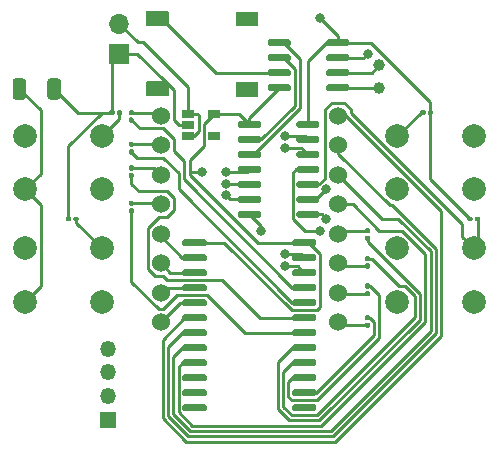
<source format=gbr>
%TF.GenerationSoftware,KiCad,Pcbnew,5.1.10*%
%TF.CreationDate,2021-12-20T15:46:02-06:00*%
%TF.ProjectId,notawatch,6e6f7461-7761-4746-9368-2e6b69636164,rev?*%
%TF.SameCoordinates,Original*%
%TF.FileFunction,Copper,L1,Top*%
%TF.FilePolarity,Positive*%
%FSLAX46Y46*%
G04 Gerber Fmt 4.6, Leading zero omitted, Abs format (unit mm)*
G04 Created by KiCad (PCBNEW 5.1.10) date 2021-12-20 15:46:02*
%MOMM*%
%LPD*%
G01*
G04 APERTURE LIST*
%TA.AperFunction,EtchedComponent*%
%ADD10C,0.100000*%
%TD*%
%TA.AperFunction,ComponentPad*%
%ADD11O,1.350000X1.350000*%
%TD*%
%TA.AperFunction,ComponentPad*%
%ADD12R,1.350000X1.350000*%
%TD*%
%TA.AperFunction,ComponentPad*%
%ADD13C,1.000000*%
%TD*%
%TA.AperFunction,ComponentPad*%
%ADD14C,1.524000*%
%TD*%
%TA.AperFunction,ComponentPad*%
%ADD15C,2.000000*%
%TD*%
%TA.AperFunction,SMDPad,CuDef*%
%ADD16C,0.100000*%
%TD*%
%TA.AperFunction,SMDPad,CuDef*%
%ADD17R,1.060000X0.650000*%
%TD*%
%TA.AperFunction,ComponentPad*%
%ADD18R,1.700000X1.700000*%
%TD*%
%TA.AperFunction,ComponentPad*%
%ADD19O,1.700000X1.700000*%
%TD*%
%TA.AperFunction,ViaPad*%
%ADD20C,0.800000*%
%TD*%
%TA.AperFunction,Conductor*%
%ADD21C,0.250000*%
%TD*%
G04 APERTURE END LIST*
D10*
%TO.C,BZ1*%
G36*
X152680000Y-92550000D02*
G01*
X150900000Y-92550000D01*
X150900000Y-91400000D01*
X152680000Y-91400000D01*
X152680000Y-92550000D01*
G37*
X152680000Y-92550000D02*
X150900000Y-92550000D01*
X150900000Y-91400000D01*
X152680000Y-91400000D01*
X152680000Y-92550000D01*
G36*
X152680000Y-86600000D02*
G01*
X150900000Y-86600000D01*
X150900000Y-85450000D01*
X152680000Y-85450000D01*
X152680000Y-86600000D01*
G37*
X152680000Y-86600000D02*
X150900000Y-86600000D01*
X150900000Y-85450000D01*
X152680000Y-85450000D01*
X152680000Y-86600000D01*
%TD*%
%TO.P,C1,1*%
%TO.N,+5V*%
%TA.AperFunction,SMDPad,CuDef*%
G36*
G01*
X131950000Y-92650001D02*
X131950000Y-91349999D01*
G75*
G02*
X132199999Y-91100000I249999J0D01*
G01*
X132850001Y-91100000D01*
G75*
G02*
X133100000Y-91349999I0J-249999D01*
G01*
X133100000Y-92650001D01*
G75*
G02*
X132850001Y-92900000I-249999J0D01*
G01*
X132199999Y-92900000D01*
G75*
G02*
X131950000Y-92650001I0J249999D01*
G01*
G37*
%TD.AperFunction*%
%TO.P,C1,2*%
%TO.N,GND*%
%TA.AperFunction,SMDPad,CuDef*%
G36*
G01*
X134900000Y-92650001D02*
X134900000Y-91349999D01*
G75*
G02*
X135149999Y-91100000I249999J0D01*
G01*
X135800001Y-91100000D01*
G75*
G02*
X136050000Y-91349999I0J-249999D01*
G01*
X136050000Y-92650001D01*
G75*
G02*
X135800001Y-92900000I-249999J0D01*
G01*
X135149999Y-92900000D01*
G75*
G02*
X134900000Y-92650001I0J249999D01*
G01*
G37*
%TD.AperFunction*%
%TD*%
D11*
%TO.P,REF\u002A\u002A,4*%
%TO.N,Net-(U1-Pad4)*%
X140000000Y-114000000D03*
%TO.P,REF\u002A\u002A,3*%
%TO.N,Net-(U1-Pad7)*%
X140000000Y-116000000D03*
%TO.P,REF\u002A\u002A,2*%
%TO.N,Net-(U1-Pad9)*%
X140000000Y-118000000D03*
D12*
%TO.P,REF\u002A\u002A,1*%
%TO.N,Net-(U1-Pad8)*%
X140000000Y-120000000D03*
%TD*%
%TO.P,U1,14*%
%TO.N,GND*%
%TA.AperFunction,SMDPad,CuDef*%
G36*
G01*
X155975000Y-95150000D02*
X155975000Y-94850000D01*
G75*
G02*
X156125000Y-94700000I150000J0D01*
G01*
X157775000Y-94700000D01*
G75*
G02*
X157925000Y-94850000I0J-150000D01*
G01*
X157925000Y-95150000D01*
G75*
G02*
X157775000Y-95300000I-150000J0D01*
G01*
X156125000Y-95300000D01*
G75*
G02*
X155975000Y-95150000I0J150000D01*
G01*
G37*
%TD.AperFunction*%
%TO.P,U1,13*%
%TO.N,Net-(U1-Pad13)*%
%TA.AperFunction,SMDPad,CuDef*%
G36*
G01*
X155975000Y-96420000D02*
X155975000Y-96120000D01*
G75*
G02*
X156125000Y-95970000I150000J0D01*
G01*
X157775000Y-95970000D01*
G75*
G02*
X157925000Y-96120000I0J-150000D01*
G01*
X157925000Y-96420000D01*
G75*
G02*
X157775000Y-96570000I-150000J0D01*
G01*
X156125000Y-96570000D01*
G75*
G02*
X155975000Y-96420000I0J150000D01*
G01*
G37*
%TD.AperFunction*%
%TO.P,U1,12*%
%TO.N,Net-(U1-Pad12)*%
%TA.AperFunction,SMDPad,CuDef*%
G36*
G01*
X155975000Y-97690000D02*
X155975000Y-97390000D01*
G75*
G02*
X156125000Y-97240000I150000J0D01*
G01*
X157775000Y-97240000D01*
G75*
G02*
X157925000Y-97390000I0J-150000D01*
G01*
X157925000Y-97690000D01*
G75*
G02*
X157775000Y-97840000I-150000J0D01*
G01*
X156125000Y-97840000D01*
G75*
G02*
X155975000Y-97690000I0J150000D01*
G01*
G37*
%TD.AperFunction*%
%TO.P,U1,11*%
%TO.N,Net-(R1-Pad2)*%
%TA.AperFunction,SMDPad,CuDef*%
G36*
G01*
X155975000Y-98960000D02*
X155975000Y-98660000D01*
G75*
G02*
X156125000Y-98510000I150000J0D01*
G01*
X157775000Y-98510000D01*
G75*
G02*
X157925000Y-98660000I0J-150000D01*
G01*
X157925000Y-98960000D01*
G75*
G02*
X157775000Y-99110000I-150000J0D01*
G01*
X156125000Y-99110000D01*
G75*
G02*
X155975000Y-98960000I0J150000D01*
G01*
G37*
%TD.AperFunction*%
%TO.P,U1,10*%
%TO.N,Net-(R4-Pad2)*%
%TA.AperFunction,SMDPad,CuDef*%
G36*
G01*
X155975000Y-100230000D02*
X155975000Y-99930000D01*
G75*
G02*
X156125000Y-99780000I150000J0D01*
G01*
X157775000Y-99780000D01*
G75*
G02*
X157925000Y-99930000I0J-150000D01*
G01*
X157925000Y-100230000D01*
G75*
G02*
X157775000Y-100380000I-150000J0D01*
G01*
X156125000Y-100380000D01*
G75*
G02*
X155975000Y-100230000I0J150000D01*
G01*
G37*
%TD.AperFunction*%
%TO.P,U1,9*%
%TO.N,Net-(U1-Pad9)*%
%TA.AperFunction,SMDPad,CuDef*%
G36*
G01*
X155975000Y-101500000D02*
X155975000Y-101200000D01*
G75*
G02*
X156125000Y-101050000I150000J0D01*
G01*
X157775000Y-101050000D01*
G75*
G02*
X157925000Y-101200000I0J-150000D01*
G01*
X157925000Y-101500000D01*
G75*
G02*
X157775000Y-101650000I-150000J0D01*
G01*
X156125000Y-101650000D01*
G75*
G02*
X155975000Y-101500000I0J150000D01*
G01*
G37*
%TD.AperFunction*%
%TO.P,U1,8*%
%TO.N,Net-(U1-Pad8)*%
%TA.AperFunction,SMDPad,CuDef*%
G36*
G01*
X155975000Y-102770000D02*
X155975000Y-102470000D01*
G75*
G02*
X156125000Y-102320000I150000J0D01*
G01*
X157775000Y-102320000D01*
G75*
G02*
X157925000Y-102470000I0J-150000D01*
G01*
X157925000Y-102770000D01*
G75*
G02*
X157775000Y-102920000I-150000J0D01*
G01*
X156125000Y-102920000D01*
G75*
G02*
X155975000Y-102770000I0J150000D01*
G01*
G37*
%TD.AperFunction*%
%TO.P,U1,7*%
%TO.N,Net-(U1-Pad7)*%
%TA.AperFunction,SMDPad,CuDef*%
G36*
G01*
X151025000Y-102770000D02*
X151025000Y-102470000D01*
G75*
G02*
X151175000Y-102320000I150000J0D01*
G01*
X152825000Y-102320000D01*
G75*
G02*
X152975000Y-102470000I0J-150000D01*
G01*
X152975000Y-102770000D01*
G75*
G02*
X152825000Y-102920000I-150000J0D01*
G01*
X151175000Y-102920000D01*
G75*
G02*
X151025000Y-102770000I0J150000D01*
G01*
G37*
%TD.AperFunction*%
%TO.P,U1,6*%
%TO.N,Net-(R2-Pad2)*%
%TA.AperFunction,SMDPad,CuDef*%
G36*
G01*
X151025000Y-101500000D02*
X151025000Y-101200000D01*
G75*
G02*
X151175000Y-101050000I150000J0D01*
G01*
X152825000Y-101050000D01*
G75*
G02*
X152975000Y-101200000I0J-150000D01*
G01*
X152975000Y-101500000D01*
G75*
G02*
X152825000Y-101650000I-150000J0D01*
G01*
X151175000Y-101650000D01*
G75*
G02*
X151025000Y-101500000I0J150000D01*
G01*
G37*
%TD.AperFunction*%
%TO.P,U1,5*%
%TO.N,Net-(R3-Pad2)*%
%TA.AperFunction,SMDPad,CuDef*%
G36*
G01*
X151025000Y-100230000D02*
X151025000Y-99930000D01*
G75*
G02*
X151175000Y-99780000I150000J0D01*
G01*
X152825000Y-99780000D01*
G75*
G02*
X152975000Y-99930000I0J-150000D01*
G01*
X152975000Y-100230000D01*
G75*
G02*
X152825000Y-100380000I-150000J0D01*
G01*
X151175000Y-100380000D01*
G75*
G02*
X151025000Y-100230000I0J150000D01*
G01*
G37*
%TD.AperFunction*%
%TO.P,U1,4*%
%TO.N,Net-(U1-Pad4)*%
%TA.AperFunction,SMDPad,CuDef*%
G36*
G01*
X151025000Y-98960000D02*
X151025000Y-98660000D01*
G75*
G02*
X151175000Y-98510000I150000J0D01*
G01*
X152825000Y-98510000D01*
G75*
G02*
X152975000Y-98660000I0J-150000D01*
G01*
X152975000Y-98960000D01*
G75*
G02*
X152825000Y-99110000I-150000J0D01*
G01*
X151175000Y-99110000D01*
G75*
G02*
X151025000Y-98960000I0J150000D01*
G01*
G37*
%TD.AperFunction*%
%TO.P,U1,3*%
%TO.N,Net-(U1-Pad3)*%
%TA.AperFunction,SMDPad,CuDef*%
G36*
G01*
X151025000Y-97690000D02*
X151025000Y-97390000D01*
G75*
G02*
X151175000Y-97240000I150000J0D01*
G01*
X152825000Y-97240000D01*
G75*
G02*
X152975000Y-97390000I0J-150000D01*
G01*
X152975000Y-97690000D01*
G75*
G02*
X152825000Y-97840000I-150000J0D01*
G01*
X151175000Y-97840000D01*
G75*
G02*
X151025000Y-97690000I0J150000D01*
G01*
G37*
%TD.AperFunction*%
%TO.P,U1,2*%
%TO.N,Net-(U1-Pad2)*%
%TA.AperFunction,SMDPad,CuDef*%
G36*
G01*
X151025000Y-96420000D02*
X151025000Y-96120000D01*
G75*
G02*
X151175000Y-95970000I150000J0D01*
G01*
X152825000Y-95970000D01*
G75*
G02*
X152975000Y-96120000I0J-150000D01*
G01*
X152975000Y-96420000D01*
G75*
G02*
X152825000Y-96570000I-150000J0D01*
G01*
X151175000Y-96570000D01*
G75*
G02*
X151025000Y-96420000I0J150000D01*
G01*
G37*
%TD.AperFunction*%
%TO.P,U1,1*%
%TO.N,+5V*%
%TA.AperFunction,SMDPad,CuDef*%
G36*
G01*
X151025000Y-95150000D02*
X151025000Y-94850000D01*
G75*
G02*
X151175000Y-94700000I150000J0D01*
G01*
X152825000Y-94700000D01*
G75*
G02*
X152975000Y-94850000I0J-150000D01*
G01*
X152975000Y-95150000D01*
G75*
G02*
X152825000Y-95300000I-150000J0D01*
G01*
X151175000Y-95300000D01*
G75*
G02*
X151025000Y-95150000I0J150000D01*
G01*
G37*
%TD.AperFunction*%
%TD*%
D13*
%TO.P,Y1,2*%
%TO.N,Net-(U2-Pad2)*%
X163000000Y-90000000D03*
%TO.P,Y1,1*%
%TO.N,Net-(U2-Pad1)*%
X163000000Y-91900000D03*
%TD*%
D14*
%TO.P,U4,9*%
%TO.N,Net-(R10-Pad2)*%
X159500000Y-111750000D03*
%TO.P,U4,10*%
%TO.N,Net-(R12-Pad2)*%
X159500000Y-109250000D03*
%TO.P,U4,11*%
%TO.N,Net-(R9-Pad2)*%
X159500000Y-106750000D03*
%TO.P,U4,12*%
%TO.N,Net-(R11-Pad2)*%
X159500000Y-104250000D03*
%TO.P,U4,16*%
%TO.N,Net-(U3-Pad6)*%
X159500000Y-94250000D03*
%TO.P,U4,15*%
%TO.N,Net-(U3-Pad7)*%
X159500000Y-96750000D03*
%TO.P,U4,14*%
%TO.N,Net-(U3-Pad8)*%
X159500000Y-99250000D03*
%TO.P,U4,13*%
%TO.N,Net-(U3-Pad9)*%
X159500000Y-101750000D03*
%TO.P,U4,8*%
%TO.N,Net-(U3-Pad5)*%
X144500000Y-111750000D03*
%TO.P,U4,7*%
%TO.N,Net-(U3-Pad4)*%
X144500000Y-109250000D03*
%TO.P,U4,6*%
%TO.N,Net-(U3-Pad3)*%
X144500000Y-106750000D03*
%TO.P,U4,1*%
%TO.N,Net-(R7-Pad1)*%
X144500000Y-94250000D03*
%TO.P,U4,2*%
%TO.N,Net-(R5-Pad1)*%
X144500000Y-96750000D03*
%TO.P,U4,3*%
%TO.N,Net-(R8-Pad1)*%
X144500000Y-99250000D03*
%TO.P,U4,5*%
%TO.N,Net-(U3-Pad2)*%
X144500000Y-104250000D03*
%TO.P,U4,4*%
%TO.N,Net-(R6-Pad1)*%
X144500000Y-101750000D03*
%TD*%
%TO.P,U3,24*%
%TO.N,+5V*%
%TA.AperFunction,SMDPad,CuDef*%
G36*
G01*
X155625000Y-105165000D02*
X155625000Y-104865000D01*
G75*
G02*
X155775000Y-104715000I150000J0D01*
G01*
X157525000Y-104715000D01*
G75*
G02*
X157675000Y-104865000I0J-150000D01*
G01*
X157675000Y-105165000D01*
G75*
G02*
X157525000Y-105315000I-150000J0D01*
G01*
X155775000Y-105315000D01*
G75*
G02*
X155625000Y-105165000I0J150000D01*
G01*
G37*
%TD.AperFunction*%
%TO.P,U3,23*%
%TO.N,Net-(U1-Pad12)*%
%TA.AperFunction,SMDPad,CuDef*%
G36*
G01*
X155625000Y-106435000D02*
X155625000Y-106135000D01*
G75*
G02*
X155775000Y-105985000I150000J0D01*
G01*
X157525000Y-105985000D01*
G75*
G02*
X157675000Y-106135000I0J-150000D01*
G01*
X157675000Y-106435000D01*
G75*
G02*
X157525000Y-106585000I-150000J0D01*
G01*
X155775000Y-106585000D01*
G75*
G02*
X155625000Y-106435000I0J150000D01*
G01*
G37*
%TD.AperFunction*%
%TO.P,U3,22*%
%TO.N,Net-(U1-Pad13)*%
%TA.AperFunction,SMDPad,CuDef*%
G36*
G01*
X155625000Y-107705000D02*
X155625000Y-107405000D01*
G75*
G02*
X155775000Y-107255000I150000J0D01*
G01*
X157525000Y-107255000D01*
G75*
G02*
X157675000Y-107405000I0J-150000D01*
G01*
X157675000Y-107705000D01*
G75*
G02*
X157525000Y-107855000I-150000J0D01*
G01*
X155775000Y-107855000D01*
G75*
G02*
X155625000Y-107705000I0J150000D01*
G01*
G37*
%TD.AperFunction*%
%TO.P,U3,21*%
%TO.N,Net-(R7-Pad2)*%
%TA.AperFunction,SMDPad,CuDef*%
G36*
G01*
X155625000Y-108975000D02*
X155625000Y-108675000D01*
G75*
G02*
X155775000Y-108525000I150000J0D01*
G01*
X157525000Y-108525000D01*
G75*
G02*
X157675000Y-108675000I0J-150000D01*
G01*
X157675000Y-108975000D01*
G75*
G02*
X157525000Y-109125000I-150000J0D01*
G01*
X155775000Y-109125000D01*
G75*
G02*
X155625000Y-108975000I0J150000D01*
G01*
G37*
%TD.AperFunction*%
%TO.P,U3,20*%
%TO.N,Net-(R5-Pad2)*%
%TA.AperFunction,SMDPad,CuDef*%
G36*
G01*
X155625000Y-110245000D02*
X155625000Y-109945000D01*
G75*
G02*
X155775000Y-109795000I150000J0D01*
G01*
X157525000Y-109795000D01*
G75*
G02*
X157675000Y-109945000I0J-150000D01*
G01*
X157675000Y-110245000D01*
G75*
G02*
X157525000Y-110395000I-150000J0D01*
G01*
X155775000Y-110395000D01*
G75*
G02*
X155625000Y-110245000I0J150000D01*
G01*
G37*
%TD.AperFunction*%
%TO.P,U3,19*%
%TO.N,Net-(R8-Pad2)*%
%TA.AperFunction,SMDPad,CuDef*%
G36*
G01*
X155625000Y-111515000D02*
X155625000Y-111215000D01*
G75*
G02*
X155775000Y-111065000I150000J0D01*
G01*
X157525000Y-111065000D01*
G75*
G02*
X157675000Y-111215000I0J-150000D01*
G01*
X157675000Y-111515000D01*
G75*
G02*
X157525000Y-111665000I-150000J0D01*
G01*
X155775000Y-111665000D01*
G75*
G02*
X155625000Y-111515000I0J150000D01*
G01*
G37*
%TD.AperFunction*%
%TO.P,U3,18*%
%TO.N,Net-(R6-Pad2)*%
%TA.AperFunction,SMDPad,CuDef*%
G36*
G01*
X155625000Y-112785000D02*
X155625000Y-112485000D01*
G75*
G02*
X155775000Y-112335000I150000J0D01*
G01*
X157525000Y-112335000D01*
G75*
G02*
X157675000Y-112485000I0J-150000D01*
G01*
X157675000Y-112785000D01*
G75*
G02*
X157525000Y-112935000I-150000J0D01*
G01*
X155775000Y-112935000D01*
G75*
G02*
X155625000Y-112785000I0J150000D01*
G01*
G37*
%TD.AperFunction*%
%TO.P,U3,17*%
%TO.N,Net-(R11-Pad1)*%
%TA.AperFunction,SMDPad,CuDef*%
G36*
G01*
X155625000Y-114055000D02*
X155625000Y-113755000D01*
G75*
G02*
X155775000Y-113605000I150000J0D01*
G01*
X157525000Y-113605000D01*
G75*
G02*
X157675000Y-113755000I0J-150000D01*
G01*
X157675000Y-114055000D01*
G75*
G02*
X157525000Y-114205000I-150000J0D01*
G01*
X155775000Y-114205000D01*
G75*
G02*
X155625000Y-114055000I0J150000D01*
G01*
G37*
%TD.AperFunction*%
%TO.P,U3,16*%
%TO.N,Net-(R9-Pad1)*%
%TA.AperFunction,SMDPad,CuDef*%
G36*
G01*
X155625000Y-115325000D02*
X155625000Y-115025000D01*
G75*
G02*
X155775000Y-114875000I150000J0D01*
G01*
X157525000Y-114875000D01*
G75*
G02*
X157675000Y-115025000I0J-150000D01*
G01*
X157675000Y-115325000D01*
G75*
G02*
X157525000Y-115475000I-150000J0D01*
G01*
X155775000Y-115475000D01*
G75*
G02*
X155625000Y-115325000I0J150000D01*
G01*
G37*
%TD.AperFunction*%
%TO.P,U3,15*%
%TO.N,Net-(R12-Pad1)*%
%TA.AperFunction,SMDPad,CuDef*%
G36*
G01*
X155625000Y-116595000D02*
X155625000Y-116295000D01*
G75*
G02*
X155775000Y-116145000I150000J0D01*
G01*
X157525000Y-116145000D01*
G75*
G02*
X157675000Y-116295000I0J-150000D01*
G01*
X157675000Y-116595000D01*
G75*
G02*
X157525000Y-116745000I-150000J0D01*
G01*
X155775000Y-116745000D01*
G75*
G02*
X155625000Y-116595000I0J150000D01*
G01*
G37*
%TD.AperFunction*%
%TO.P,U3,14*%
%TO.N,Net-(R10-Pad1)*%
%TA.AperFunction,SMDPad,CuDef*%
G36*
G01*
X155625000Y-117865000D02*
X155625000Y-117565000D01*
G75*
G02*
X155775000Y-117415000I150000J0D01*
G01*
X157525000Y-117415000D01*
G75*
G02*
X157675000Y-117565000I0J-150000D01*
G01*
X157675000Y-117865000D01*
G75*
G02*
X157525000Y-118015000I-150000J0D01*
G01*
X155775000Y-118015000D01*
G75*
G02*
X155625000Y-117865000I0J150000D01*
G01*
G37*
%TD.AperFunction*%
%TO.P,U3,13*%
%TO.N,Net-(U3-Pad13)*%
%TA.AperFunction,SMDPad,CuDef*%
G36*
G01*
X155625000Y-119135000D02*
X155625000Y-118835000D01*
G75*
G02*
X155775000Y-118685000I150000J0D01*
G01*
X157525000Y-118685000D01*
G75*
G02*
X157675000Y-118835000I0J-150000D01*
G01*
X157675000Y-119135000D01*
G75*
G02*
X157525000Y-119285000I-150000J0D01*
G01*
X155775000Y-119285000D01*
G75*
G02*
X155625000Y-119135000I0J150000D01*
G01*
G37*
%TD.AperFunction*%
%TO.P,U3,12*%
%TO.N,Net-(U3-Pad12)*%
%TA.AperFunction,SMDPad,CuDef*%
G36*
G01*
X146325000Y-119135000D02*
X146325000Y-118835000D01*
G75*
G02*
X146475000Y-118685000I150000J0D01*
G01*
X148225000Y-118685000D01*
G75*
G02*
X148375000Y-118835000I0J-150000D01*
G01*
X148375000Y-119135000D01*
G75*
G02*
X148225000Y-119285000I-150000J0D01*
G01*
X146475000Y-119285000D01*
G75*
G02*
X146325000Y-119135000I0J150000D01*
G01*
G37*
%TD.AperFunction*%
%TO.P,U3,11*%
%TO.N,Net-(U3-Pad11)*%
%TA.AperFunction,SMDPad,CuDef*%
G36*
G01*
X146325000Y-117865000D02*
X146325000Y-117565000D01*
G75*
G02*
X146475000Y-117415000I150000J0D01*
G01*
X148225000Y-117415000D01*
G75*
G02*
X148375000Y-117565000I0J-150000D01*
G01*
X148375000Y-117865000D01*
G75*
G02*
X148225000Y-118015000I-150000J0D01*
G01*
X146475000Y-118015000D01*
G75*
G02*
X146325000Y-117865000I0J150000D01*
G01*
G37*
%TD.AperFunction*%
%TO.P,U3,10*%
%TO.N,Net-(U3-Pad10)*%
%TA.AperFunction,SMDPad,CuDef*%
G36*
G01*
X146325000Y-116595000D02*
X146325000Y-116295000D01*
G75*
G02*
X146475000Y-116145000I150000J0D01*
G01*
X148225000Y-116145000D01*
G75*
G02*
X148375000Y-116295000I0J-150000D01*
G01*
X148375000Y-116595000D01*
G75*
G02*
X148225000Y-116745000I-150000J0D01*
G01*
X146475000Y-116745000D01*
G75*
G02*
X146325000Y-116595000I0J150000D01*
G01*
G37*
%TD.AperFunction*%
%TO.P,U3,9*%
%TO.N,Net-(U3-Pad9)*%
%TA.AperFunction,SMDPad,CuDef*%
G36*
G01*
X146325000Y-115325000D02*
X146325000Y-115025000D01*
G75*
G02*
X146475000Y-114875000I150000J0D01*
G01*
X148225000Y-114875000D01*
G75*
G02*
X148375000Y-115025000I0J-150000D01*
G01*
X148375000Y-115325000D01*
G75*
G02*
X148225000Y-115475000I-150000J0D01*
G01*
X146475000Y-115475000D01*
G75*
G02*
X146325000Y-115325000I0J150000D01*
G01*
G37*
%TD.AperFunction*%
%TO.P,U3,8*%
%TO.N,Net-(U3-Pad8)*%
%TA.AperFunction,SMDPad,CuDef*%
G36*
G01*
X146325000Y-114055000D02*
X146325000Y-113755000D01*
G75*
G02*
X146475000Y-113605000I150000J0D01*
G01*
X148225000Y-113605000D01*
G75*
G02*
X148375000Y-113755000I0J-150000D01*
G01*
X148375000Y-114055000D01*
G75*
G02*
X148225000Y-114205000I-150000J0D01*
G01*
X146475000Y-114205000D01*
G75*
G02*
X146325000Y-114055000I0J150000D01*
G01*
G37*
%TD.AperFunction*%
%TO.P,U3,7*%
%TO.N,Net-(U3-Pad7)*%
%TA.AperFunction,SMDPad,CuDef*%
G36*
G01*
X146325000Y-112785000D02*
X146325000Y-112485000D01*
G75*
G02*
X146475000Y-112335000I150000J0D01*
G01*
X148225000Y-112335000D01*
G75*
G02*
X148375000Y-112485000I0J-150000D01*
G01*
X148375000Y-112785000D01*
G75*
G02*
X148225000Y-112935000I-150000J0D01*
G01*
X146475000Y-112935000D01*
G75*
G02*
X146325000Y-112785000I0J150000D01*
G01*
G37*
%TD.AperFunction*%
%TO.P,U3,6*%
%TO.N,Net-(U3-Pad6)*%
%TA.AperFunction,SMDPad,CuDef*%
G36*
G01*
X146325000Y-111515000D02*
X146325000Y-111215000D01*
G75*
G02*
X146475000Y-111065000I150000J0D01*
G01*
X148225000Y-111065000D01*
G75*
G02*
X148375000Y-111215000I0J-150000D01*
G01*
X148375000Y-111515000D01*
G75*
G02*
X148225000Y-111665000I-150000J0D01*
G01*
X146475000Y-111665000D01*
G75*
G02*
X146325000Y-111515000I0J150000D01*
G01*
G37*
%TD.AperFunction*%
%TO.P,U3,5*%
%TO.N,Net-(U3-Pad5)*%
%TA.AperFunction,SMDPad,CuDef*%
G36*
G01*
X146325000Y-110245000D02*
X146325000Y-109945000D01*
G75*
G02*
X146475000Y-109795000I150000J0D01*
G01*
X148225000Y-109795000D01*
G75*
G02*
X148375000Y-109945000I0J-150000D01*
G01*
X148375000Y-110245000D01*
G75*
G02*
X148225000Y-110395000I-150000J0D01*
G01*
X146475000Y-110395000D01*
G75*
G02*
X146325000Y-110245000I0J150000D01*
G01*
G37*
%TD.AperFunction*%
%TO.P,U3,4*%
%TO.N,Net-(U3-Pad4)*%
%TA.AperFunction,SMDPad,CuDef*%
G36*
G01*
X146325000Y-108975000D02*
X146325000Y-108675000D01*
G75*
G02*
X146475000Y-108525000I150000J0D01*
G01*
X148225000Y-108525000D01*
G75*
G02*
X148375000Y-108675000I0J-150000D01*
G01*
X148375000Y-108975000D01*
G75*
G02*
X148225000Y-109125000I-150000J0D01*
G01*
X146475000Y-109125000D01*
G75*
G02*
X146325000Y-108975000I0J150000D01*
G01*
G37*
%TD.AperFunction*%
%TO.P,U3,3*%
%TO.N,Net-(U3-Pad3)*%
%TA.AperFunction,SMDPad,CuDef*%
G36*
G01*
X146325000Y-107705000D02*
X146325000Y-107405000D01*
G75*
G02*
X146475000Y-107255000I150000J0D01*
G01*
X148225000Y-107255000D01*
G75*
G02*
X148375000Y-107405000I0J-150000D01*
G01*
X148375000Y-107705000D01*
G75*
G02*
X148225000Y-107855000I-150000J0D01*
G01*
X146475000Y-107855000D01*
G75*
G02*
X146325000Y-107705000I0J150000D01*
G01*
G37*
%TD.AperFunction*%
%TO.P,U3,2*%
%TO.N,Net-(U3-Pad2)*%
%TA.AperFunction,SMDPad,CuDef*%
G36*
G01*
X146325000Y-106435000D02*
X146325000Y-106135000D01*
G75*
G02*
X146475000Y-105985000I150000J0D01*
G01*
X148225000Y-105985000D01*
G75*
G02*
X148375000Y-106135000I0J-150000D01*
G01*
X148375000Y-106435000D01*
G75*
G02*
X148225000Y-106585000I-150000J0D01*
G01*
X146475000Y-106585000D01*
G75*
G02*
X146325000Y-106435000I0J150000D01*
G01*
G37*
%TD.AperFunction*%
%TO.P,U3,1*%
%TO.N,+5V*%
%TA.AperFunction,SMDPad,CuDef*%
G36*
G01*
X146325000Y-105165000D02*
X146325000Y-104865000D01*
G75*
G02*
X146475000Y-104715000I150000J0D01*
G01*
X148225000Y-104715000D01*
G75*
G02*
X148375000Y-104865000I0J-150000D01*
G01*
X148375000Y-105165000D01*
G75*
G02*
X148225000Y-105315000I-150000J0D01*
G01*
X146475000Y-105315000D01*
G75*
G02*
X146325000Y-105165000I0J150000D01*
G01*
G37*
%TD.AperFunction*%
%TD*%
%TO.P,U2,1*%
%TO.N,Net-(U2-Pad1)*%
%TA.AperFunction,SMDPad,CuDef*%
G36*
G01*
X160450000Y-91755000D02*
X160450000Y-92055000D01*
G75*
G02*
X160300000Y-92205000I-150000J0D01*
G01*
X158650000Y-92205000D01*
G75*
G02*
X158500000Y-92055000I0J150000D01*
G01*
X158500000Y-91755000D01*
G75*
G02*
X158650000Y-91605000I150000J0D01*
G01*
X160300000Y-91605000D01*
G75*
G02*
X160450000Y-91755000I0J-150000D01*
G01*
G37*
%TD.AperFunction*%
%TO.P,U2,2*%
%TO.N,Net-(U2-Pad2)*%
%TA.AperFunction,SMDPad,CuDef*%
G36*
G01*
X160450000Y-90485000D02*
X160450000Y-90785000D01*
G75*
G02*
X160300000Y-90935000I-150000J0D01*
G01*
X158650000Y-90935000D01*
G75*
G02*
X158500000Y-90785000I0J150000D01*
G01*
X158500000Y-90485000D01*
G75*
G02*
X158650000Y-90335000I150000J0D01*
G01*
X160300000Y-90335000D01*
G75*
G02*
X160450000Y-90485000I0J-150000D01*
G01*
G37*
%TD.AperFunction*%
%TO.P,U2,3*%
%TO.N,+5V*%
%TA.AperFunction,SMDPad,CuDef*%
G36*
G01*
X160450000Y-89215000D02*
X160450000Y-89515000D01*
G75*
G02*
X160300000Y-89665000I-150000J0D01*
G01*
X158650000Y-89665000D01*
G75*
G02*
X158500000Y-89515000I0J150000D01*
G01*
X158500000Y-89215000D01*
G75*
G02*
X158650000Y-89065000I150000J0D01*
G01*
X160300000Y-89065000D01*
G75*
G02*
X160450000Y-89215000I0J-150000D01*
G01*
G37*
%TD.AperFunction*%
%TO.P,U2,4*%
%TO.N,GND*%
%TA.AperFunction,SMDPad,CuDef*%
G36*
G01*
X160450000Y-87945000D02*
X160450000Y-88245000D01*
G75*
G02*
X160300000Y-88395000I-150000J0D01*
G01*
X158650000Y-88395000D01*
G75*
G02*
X158500000Y-88245000I0J150000D01*
G01*
X158500000Y-87945000D01*
G75*
G02*
X158650000Y-87795000I150000J0D01*
G01*
X160300000Y-87795000D01*
G75*
G02*
X160450000Y-87945000I0J-150000D01*
G01*
G37*
%TD.AperFunction*%
%TO.P,U2,5*%
%TO.N,Net-(U1-Pad3)*%
%TA.AperFunction,SMDPad,CuDef*%
G36*
G01*
X155500000Y-87945000D02*
X155500000Y-88245000D01*
G75*
G02*
X155350000Y-88395000I-150000J0D01*
G01*
X153700000Y-88395000D01*
G75*
G02*
X153550000Y-88245000I0J150000D01*
G01*
X153550000Y-87945000D01*
G75*
G02*
X153700000Y-87795000I150000J0D01*
G01*
X155350000Y-87795000D01*
G75*
G02*
X155500000Y-87945000I0J-150000D01*
G01*
G37*
%TD.AperFunction*%
%TO.P,U2,6*%
%TO.N,Net-(U1-Pad2)*%
%TA.AperFunction,SMDPad,CuDef*%
G36*
G01*
X155500000Y-89215000D02*
X155500000Y-89515000D01*
G75*
G02*
X155350000Y-89665000I-150000J0D01*
G01*
X153700000Y-89665000D01*
G75*
G02*
X153550000Y-89515000I0J150000D01*
G01*
X153550000Y-89215000D01*
G75*
G02*
X153700000Y-89065000I150000J0D01*
G01*
X155350000Y-89065000D01*
G75*
G02*
X155500000Y-89215000I0J-150000D01*
G01*
G37*
%TD.AperFunction*%
%TO.P,U2,7*%
%TO.N,Net-(BZ1-Pad1)*%
%TA.AperFunction,SMDPad,CuDef*%
G36*
G01*
X155500000Y-90485000D02*
X155500000Y-90785000D01*
G75*
G02*
X155350000Y-90935000I-150000J0D01*
G01*
X153700000Y-90935000D01*
G75*
G02*
X153550000Y-90785000I0J150000D01*
G01*
X153550000Y-90485000D01*
G75*
G02*
X153700000Y-90335000I150000J0D01*
G01*
X155350000Y-90335000D01*
G75*
G02*
X155500000Y-90485000I0J-150000D01*
G01*
G37*
%TD.AperFunction*%
%TO.P,U2,8*%
%TO.N,+5V*%
%TA.AperFunction,SMDPad,CuDef*%
G36*
G01*
X155500000Y-91755000D02*
X155500000Y-92055000D01*
G75*
G02*
X155350000Y-92205000I-150000J0D01*
G01*
X153700000Y-92205000D01*
G75*
G02*
X153550000Y-92055000I0J150000D01*
G01*
X153550000Y-91755000D01*
G75*
G02*
X153700000Y-91605000I150000J0D01*
G01*
X155350000Y-91605000D01*
G75*
G02*
X155500000Y-91755000I0J-150000D01*
G01*
G37*
%TD.AperFunction*%
%TD*%
D15*
%TO.P,SW4,1*%
%TO.N,Net-(R4-Pad2)*%
X171000000Y-105500000D03*
%TO.P,SW4,2*%
%TO.N,+5V*%
X171000000Y-110000000D03*
%TO.P,SW4,1*%
%TO.N,Net-(R4-Pad2)*%
X164500000Y-105500000D03*
%TO.P,SW4,2*%
%TO.N,+5V*%
X164500000Y-110000000D03*
%TD*%
%TO.P,SW3,1*%
%TO.N,Net-(R3-Pad2)*%
X171000000Y-96000000D03*
%TO.P,SW3,2*%
%TO.N,+5V*%
X171000000Y-100500000D03*
%TO.P,SW3,1*%
%TO.N,Net-(R3-Pad2)*%
X164500000Y-96000000D03*
%TO.P,SW3,2*%
%TO.N,+5V*%
X164500000Y-100500000D03*
%TD*%
%TO.P,SW2,1*%
%TO.N,Net-(R1-Pad2)*%
X139500000Y-105500000D03*
%TO.P,SW2,2*%
%TO.N,+5V*%
X139500000Y-110000000D03*
%TO.P,SW2,1*%
%TO.N,Net-(R1-Pad2)*%
X133000000Y-105500000D03*
%TO.P,SW2,2*%
%TO.N,+5V*%
X133000000Y-110000000D03*
%TD*%
%TO.P,SW1,1*%
%TO.N,Net-(R2-Pad2)*%
X139500000Y-96000000D03*
%TO.P,SW1,2*%
%TO.N,+5V*%
X139500000Y-100500000D03*
%TO.P,SW1,1*%
%TO.N,Net-(R2-Pad2)*%
X133000000Y-96000000D03*
%TO.P,SW1,2*%
%TO.N,+5V*%
X133000000Y-100500000D03*
%TD*%
%TO.P,R12,2*%
%TO.N,Net-(R12-Pad2)*%
%TA.AperFunction,SMDPad,CuDef*%
G36*
G01*
X161900000Y-109090000D02*
X162100000Y-109090000D01*
G75*
G02*
X162200000Y-109190000I0J-100000D01*
G01*
X162200000Y-109450000D01*
G75*
G02*
X162100000Y-109550000I-100000J0D01*
G01*
X161900000Y-109550000D01*
G75*
G02*
X161800000Y-109450000I0J100000D01*
G01*
X161800000Y-109190000D01*
G75*
G02*
X161900000Y-109090000I100000J0D01*
G01*
G37*
%TD.AperFunction*%
%TO.P,R12,1*%
%TO.N,Net-(R12-Pad1)*%
%TA.AperFunction,SMDPad,CuDef*%
G36*
G01*
X161900000Y-108450000D02*
X162100000Y-108450000D01*
G75*
G02*
X162200000Y-108550000I0J-100000D01*
G01*
X162200000Y-108810000D01*
G75*
G02*
X162100000Y-108910000I-100000J0D01*
G01*
X161900000Y-108910000D01*
G75*
G02*
X161800000Y-108810000I0J100000D01*
G01*
X161800000Y-108550000D01*
G75*
G02*
X161900000Y-108450000I100000J0D01*
G01*
G37*
%TD.AperFunction*%
%TD*%
%TO.P,R11,2*%
%TO.N,Net-(R11-Pad2)*%
%TA.AperFunction,SMDPad,CuDef*%
G36*
G01*
X162100000Y-104230000D02*
X161900000Y-104230000D01*
G75*
G02*
X161800000Y-104130000I0J100000D01*
G01*
X161800000Y-103870000D01*
G75*
G02*
X161900000Y-103770000I100000J0D01*
G01*
X162100000Y-103770000D01*
G75*
G02*
X162200000Y-103870000I0J-100000D01*
G01*
X162200000Y-104130000D01*
G75*
G02*
X162100000Y-104230000I-100000J0D01*
G01*
G37*
%TD.AperFunction*%
%TO.P,R11,1*%
%TO.N,Net-(R11-Pad1)*%
%TA.AperFunction,SMDPad,CuDef*%
G36*
G01*
X162100000Y-104870000D02*
X161900000Y-104870000D01*
G75*
G02*
X161800000Y-104770000I0J100000D01*
G01*
X161800000Y-104510000D01*
G75*
G02*
X161900000Y-104410000I100000J0D01*
G01*
X162100000Y-104410000D01*
G75*
G02*
X162200000Y-104510000I0J-100000D01*
G01*
X162200000Y-104770000D01*
G75*
G02*
X162100000Y-104870000I-100000J0D01*
G01*
G37*
%TD.AperFunction*%
%TD*%
%TO.P,R10,2*%
%TO.N,Net-(R10-Pad2)*%
%TA.AperFunction,SMDPad,CuDef*%
G36*
G01*
X161900000Y-111770000D02*
X162100000Y-111770000D01*
G75*
G02*
X162200000Y-111870000I0J-100000D01*
G01*
X162200000Y-112130000D01*
G75*
G02*
X162100000Y-112230000I-100000J0D01*
G01*
X161900000Y-112230000D01*
G75*
G02*
X161800000Y-112130000I0J100000D01*
G01*
X161800000Y-111870000D01*
G75*
G02*
X161900000Y-111770000I100000J0D01*
G01*
G37*
%TD.AperFunction*%
%TO.P,R10,1*%
%TO.N,Net-(R10-Pad1)*%
%TA.AperFunction,SMDPad,CuDef*%
G36*
G01*
X161900000Y-111130000D02*
X162100000Y-111130000D01*
G75*
G02*
X162200000Y-111230000I0J-100000D01*
G01*
X162200000Y-111490000D01*
G75*
G02*
X162100000Y-111590000I-100000J0D01*
G01*
X161900000Y-111590000D01*
G75*
G02*
X161800000Y-111490000I0J100000D01*
G01*
X161800000Y-111230000D01*
G75*
G02*
X161900000Y-111130000I100000J0D01*
G01*
G37*
%TD.AperFunction*%
%TD*%
%TO.P,R9,2*%
%TO.N,Net-(R9-Pad2)*%
%TA.AperFunction,SMDPad,CuDef*%
G36*
G01*
X161900000Y-106770000D02*
X162100000Y-106770000D01*
G75*
G02*
X162200000Y-106870000I0J-100000D01*
G01*
X162200000Y-107130000D01*
G75*
G02*
X162100000Y-107230000I-100000J0D01*
G01*
X161900000Y-107230000D01*
G75*
G02*
X161800000Y-107130000I0J100000D01*
G01*
X161800000Y-106870000D01*
G75*
G02*
X161900000Y-106770000I100000J0D01*
G01*
G37*
%TD.AperFunction*%
%TO.P,R9,1*%
%TO.N,Net-(R9-Pad1)*%
%TA.AperFunction,SMDPad,CuDef*%
G36*
G01*
X161900000Y-106130000D02*
X162100000Y-106130000D01*
G75*
G02*
X162200000Y-106230000I0J-100000D01*
G01*
X162200000Y-106490000D01*
G75*
G02*
X162100000Y-106590000I-100000J0D01*
G01*
X161900000Y-106590000D01*
G75*
G02*
X161800000Y-106490000I0J100000D01*
G01*
X161800000Y-106230000D01*
G75*
G02*
X161900000Y-106130000I100000J0D01*
G01*
G37*
%TD.AperFunction*%
%TD*%
%TO.P,R8,2*%
%TO.N,Net-(R8-Pad2)*%
%TA.AperFunction,SMDPad,CuDef*%
G36*
G01*
X141900000Y-99090000D02*
X142100000Y-99090000D01*
G75*
G02*
X142200000Y-99190000I0J-100000D01*
G01*
X142200000Y-99450000D01*
G75*
G02*
X142100000Y-99550000I-100000J0D01*
G01*
X141900000Y-99550000D01*
G75*
G02*
X141800000Y-99450000I0J100000D01*
G01*
X141800000Y-99190000D01*
G75*
G02*
X141900000Y-99090000I100000J0D01*
G01*
G37*
%TD.AperFunction*%
%TO.P,R8,1*%
%TO.N,Net-(R8-Pad1)*%
%TA.AperFunction,SMDPad,CuDef*%
G36*
G01*
X141900000Y-98450000D02*
X142100000Y-98450000D01*
G75*
G02*
X142200000Y-98550000I0J-100000D01*
G01*
X142200000Y-98810000D01*
G75*
G02*
X142100000Y-98910000I-100000J0D01*
G01*
X141900000Y-98910000D01*
G75*
G02*
X141800000Y-98810000I0J100000D01*
G01*
X141800000Y-98550000D01*
G75*
G02*
X141900000Y-98450000I100000J0D01*
G01*
G37*
%TD.AperFunction*%
%TD*%
%TO.P,R7,2*%
%TO.N,Net-(R7-Pad2)*%
%TA.AperFunction,SMDPad,CuDef*%
G36*
G01*
X141900000Y-94410000D02*
X142100000Y-94410000D01*
G75*
G02*
X142200000Y-94510000I0J-100000D01*
G01*
X142200000Y-94770000D01*
G75*
G02*
X142100000Y-94870000I-100000J0D01*
G01*
X141900000Y-94870000D01*
G75*
G02*
X141800000Y-94770000I0J100000D01*
G01*
X141800000Y-94510000D01*
G75*
G02*
X141900000Y-94410000I100000J0D01*
G01*
G37*
%TD.AperFunction*%
%TO.P,R7,1*%
%TO.N,Net-(R7-Pad1)*%
%TA.AperFunction,SMDPad,CuDef*%
G36*
G01*
X141900000Y-93770000D02*
X142100000Y-93770000D01*
G75*
G02*
X142200000Y-93870000I0J-100000D01*
G01*
X142200000Y-94130000D01*
G75*
G02*
X142100000Y-94230000I-100000J0D01*
G01*
X141900000Y-94230000D01*
G75*
G02*
X141800000Y-94130000I0J100000D01*
G01*
X141800000Y-93870000D01*
G75*
G02*
X141900000Y-93770000I100000J0D01*
G01*
G37*
%TD.AperFunction*%
%TD*%
%TO.P,R6,2*%
%TO.N,Net-(R6-Pad2)*%
%TA.AperFunction,SMDPad,CuDef*%
G36*
G01*
X141900000Y-102090000D02*
X142100000Y-102090000D01*
G75*
G02*
X142200000Y-102190000I0J-100000D01*
G01*
X142200000Y-102450000D01*
G75*
G02*
X142100000Y-102550000I-100000J0D01*
G01*
X141900000Y-102550000D01*
G75*
G02*
X141800000Y-102450000I0J100000D01*
G01*
X141800000Y-102190000D01*
G75*
G02*
X141900000Y-102090000I100000J0D01*
G01*
G37*
%TD.AperFunction*%
%TO.P,R6,1*%
%TO.N,Net-(R6-Pad1)*%
%TA.AperFunction,SMDPad,CuDef*%
G36*
G01*
X141900000Y-101450000D02*
X142100000Y-101450000D01*
G75*
G02*
X142200000Y-101550000I0J-100000D01*
G01*
X142200000Y-101810000D01*
G75*
G02*
X142100000Y-101910000I-100000J0D01*
G01*
X141900000Y-101910000D01*
G75*
G02*
X141800000Y-101810000I0J100000D01*
G01*
X141800000Y-101550000D01*
G75*
G02*
X141900000Y-101450000I100000J0D01*
G01*
G37*
%TD.AperFunction*%
%TD*%
%TO.P,R5,2*%
%TO.N,Net-(R5-Pad2)*%
%TA.AperFunction,SMDPad,CuDef*%
G36*
G01*
X141900000Y-97090000D02*
X142100000Y-97090000D01*
G75*
G02*
X142200000Y-97190000I0J-100000D01*
G01*
X142200000Y-97450000D01*
G75*
G02*
X142100000Y-97550000I-100000J0D01*
G01*
X141900000Y-97550000D01*
G75*
G02*
X141800000Y-97450000I0J100000D01*
G01*
X141800000Y-97190000D01*
G75*
G02*
X141900000Y-97090000I100000J0D01*
G01*
G37*
%TD.AperFunction*%
%TO.P,R5,1*%
%TO.N,Net-(R5-Pad1)*%
%TA.AperFunction,SMDPad,CuDef*%
G36*
G01*
X141900000Y-96450000D02*
X142100000Y-96450000D01*
G75*
G02*
X142200000Y-96550000I0J-100000D01*
G01*
X142200000Y-96810000D01*
G75*
G02*
X142100000Y-96910000I-100000J0D01*
G01*
X141900000Y-96910000D01*
G75*
G02*
X141800000Y-96810000I0J100000D01*
G01*
X141800000Y-96550000D01*
G75*
G02*
X141900000Y-96450000I100000J0D01*
G01*
G37*
%TD.AperFunction*%
%TD*%
%TO.P,R4,2*%
%TO.N,Net-(R4-Pad2)*%
%TA.AperFunction,SMDPad,CuDef*%
G36*
G01*
X171090000Y-103100000D02*
X171090000Y-102900000D01*
G75*
G02*
X171190000Y-102800000I100000J0D01*
G01*
X171450000Y-102800000D01*
G75*
G02*
X171550000Y-102900000I0J-100000D01*
G01*
X171550000Y-103100000D01*
G75*
G02*
X171450000Y-103200000I-100000J0D01*
G01*
X171190000Y-103200000D01*
G75*
G02*
X171090000Y-103100000I0J100000D01*
G01*
G37*
%TD.AperFunction*%
%TO.P,R4,1*%
%TO.N,GND*%
%TA.AperFunction,SMDPad,CuDef*%
G36*
G01*
X170450000Y-103100000D02*
X170450000Y-102900000D01*
G75*
G02*
X170550000Y-102800000I100000J0D01*
G01*
X170810000Y-102800000D01*
G75*
G02*
X170910000Y-102900000I0J-100000D01*
G01*
X170910000Y-103100000D01*
G75*
G02*
X170810000Y-103200000I-100000J0D01*
G01*
X170550000Y-103200000D01*
G75*
G02*
X170450000Y-103100000I0J100000D01*
G01*
G37*
%TD.AperFunction*%
%TD*%
%TO.P,R3,2*%
%TO.N,Net-(R3-Pad2)*%
%TA.AperFunction,SMDPad,CuDef*%
G36*
G01*
X166910000Y-93900000D02*
X166910000Y-94100000D01*
G75*
G02*
X166810000Y-94200000I-100000J0D01*
G01*
X166550000Y-94200000D01*
G75*
G02*
X166450000Y-94100000I0J100000D01*
G01*
X166450000Y-93900000D01*
G75*
G02*
X166550000Y-93800000I100000J0D01*
G01*
X166810000Y-93800000D01*
G75*
G02*
X166910000Y-93900000I0J-100000D01*
G01*
G37*
%TD.AperFunction*%
%TO.P,R3,1*%
%TO.N,GND*%
%TA.AperFunction,SMDPad,CuDef*%
G36*
G01*
X167550000Y-93900000D02*
X167550000Y-94100000D01*
G75*
G02*
X167450000Y-94200000I-100000J0D01*
G01*
X167190000Y-94200000D01*
G75*
G02*
X167090000Y-94100000I0J100000D01*
G01*
X167090000Y-93900000D01*
G75*
G02*
X167190000Y-93800000I100000J0D01*
G01*
X167450000Y-93800000D01*
G75*
G02*
X167550000Y-93900000I0J-100000D01*
G01*
G37*
%TD.AperFunction*%
%TD*%
%TO.P,R2,2*%
%TO.N,Net-(R2-Pad2)*%
%TA.AperFunction,SMDPad,CuDef*%
G36*
G01*
X140770000Y-94100000D02*
X140770000Y-93900000D01*
G75*
G02*
X140870000Y-93800000I100000J0D01*
G01*
X141130000Y-93800000D01*
G75*
G02*
X141230000Y-93900000I0J-100000D01*
G01*
X141230000Y-94100000D01*
G75*
G02*
X141130000Y-94200000I-100000J0D01*
G01*
X140870000Y-94200000D01*
G75*
G02*
X140770000Y-94100000I0J100000D01*
G01*
G37*
%TD.AperFunction*%
%TO.P,R2,1*%
%TO.N,GND*%
%TA.AperFunction,SMDPad,CuDef*%
G36*
G01*
X140130000Y-94100000D02*
X140130000Y-93900000D01*
G75*
G02*
X140230000Y-93800000I100000J0D01*
G01*
X140490000Y-93800000D01*
G75*
G02*
X140590000Y-93900000I0J-100000D01*
G01*
X140590000Y-94100000D01*
G75*
G02*
X140490000Y-94200000I-100000J0D01*
G01*
X140230000Y-94200000D01*
G75*
G02*
X140130000Y-94100000I0J100000D01*
G01*
G37*
%TD.AperFunction*%
%TD*%
%TO.P,R1,2*%
%TO.N,Net-(R1-Pad2)*%
%TA.AperFunction,SMDPad,CuDef*%
G36*
G01*
X137090000Y-103100000D02*
X137090000Y-102900000D01*
G75*
G02*
X137190000Y-102800000I100000J0D01*
G01*
X137450000Y-102800000D01*
G75*
G02*
X137550000Y-102900000I0J-100000D01*
G01*
X137550000Y-103100000D01*
G75*
G02*
X137450000Y-103200000I-100000J0D01*
G01*
X137190000Y-103200000D01*
G75*
G02*
X137090000Y-103100000I0J100000D01*
G01*
G37*
%TD.AperFunction*%
%TO.P,R1,1*%
%TO.N,GND*%
%TA.AperFunction,SMDPad,CuDef*%
G36*
G01*
X136450000Y-103100000D02*
X136450000Y-102900000D01*
G75*
G02*
X136550000Y-102800000I100000J0D01*
G01*
X136810000Y-102800000D01*
G75*
G02*
X136910000Y-102900000I0J-100000D01*
G01*
X136910000Y-103100000D01*
G75*
G02*
X136810000Y-103200000I-100000J0D01*
G01*
X136550000Y-103200000D01*
G75*
G02*
X136450000Y-103100000I0J100000D01*
G01*
G37*
%TD.AperFunction*%
%TD*%
%TA.AperFunction,SMDPad,CuDef*%
D16*
%TO.P,BZ1,2*%
%TO.N,GND*%
G36*
X145109755Y-91350961D02*
G01*
X145119134Y-91353806D01*
X145127779Y-91358427D01*
X145135355Y-91364645D01*
X145141573Y-91372221D01*
X145146194Y-91380866D01*
X145149039Y-91390245D01*
X145150000Y-91400000D01*
X145150000Y-92550000D01*
X145149039Y-92559755D01*
X145146194Y-92569134D01*
X145141573Y-92577779D01*
X145135355Y-92585355D01*
X145127779Y-92591573D01*
X145119134Y-92596194D01*
X145109755Y-92599039D01*
X145100000Y-92600000D01*
X143320000Y-92600000D01*
X143310245Y-92599039D01*
X143300866Y-92596194D01*
X143292221Y-92591573D01*
X143284645Y-92585355D01*
X143278427Y-92577779D01*
X143273806Y-92569134D01*
X143270961Y-92559755D01*
X143270000Y-92550000D01*
X143270000Y-91400000D01*
X143270961Y-91390245D01*
X143273806Y-91380866D01*
X143278427Y-91372221D01*
X143284645Y-91364645D01*
X143292221Y-91358427D01*
X143300866Y-91353806D01*
X143310245Y-91350961D01*
X143320000Y-91350000D01*
X145100000Y-91350000D01*
X145109755Y-91350961D01*
G37*
%TD.AperFunction*%
%TA.AperFunction,SMDPad,CuDef*%
%TO.P,BZ1,1*%
%TO.N,Net-(BZ1-Pad1)*%
G36*
X145109755Y-85400961D02*
G01*
X145119134Y-85403806D01*
X145127779Y-85408427D01*
X145135355Y-85414645D01*
X145141573Y-85422221D01*
X145146194Y-85430866D01*
X145149039Y-85440245D01*
X145150000Y-85450000D01*
X145150000Y-86600000D01*
X145149039Y-86609755D01*
X145146194Y-86619134D01*
X145141573Y-86627779D01*
X145135355Y-86635355D01*
X145127779Y-86641573D01*
X145119134Y-86646194D01*
X145109755Y-86649039D01*
X145100000Y-86650000D01*
X143320000Y-86650000D01*
X143310245Y-86649039D01*
X143300866Y-86646194D01*
X143292221Y-86641573D01*
X143284645Y-86635355D01*
X143278427Y-86627779D01*
X143273806Y-86619134D01*
X143270961Y-86609755D01*
X143270000Y-86600000D01*
X143270000Y-85450000D01*
X143270961Y-85440245D01*
X143273806Y-85430866D01*
X143278427Y-85422221D01*
X143284645Y-85414645D01*
X143292221Y-85408427D01*
X143300866Y-85403806D01*
X143310245Y-85400961D01*
X143320000Y-85400000D01*
X145100000Y-85400000D01*
X145109755Y-85400961D01*
G37*
%TD.AperFunction*%
%TD*%
D17*
%TO.P,U5,1*%
%TO.N,Net-(BT1-Pad1)*%
X146800000Y-94100000D03*
%TO.P,U5,2*%
%TO.N,GND*%
X146800000Y-95050000D03*
%TO.P,U5,3*%
%TO.N,Net-(BT1-Pad1)*%
X146800000Y-96000000D03*
%TO.P,U5,4*%
%TO.N,Net-(U5-Pad4)*%
X149000000Y-96000000D03*
%TO.P,U5,5*%
%TO.N,+5V*%
X149000000Y-94100000D03*
%TD*%
D18*
%TO.P,BT1,1*%
%TO.N,GND*%
X141000000Y-89000000D03*
D19*
%TO.P,BT1,2*%
%TO.N,Net-(BT1-Pad1)*%
X141000000Y-86460000D03*
%TD*%
D20*
%TO.N,GND*%
X158000000Y-86000000D03*
%TO.N,Net-(R1-Pad2)*%
X158000000Y-104000000D03*
%TO.N,Net-(R2-Pad2)*%
X150000000Y-101000000D03*
%TO.N,Net-(R3-Pad2)*%
X150000000Y-100000000D03*
%TO.N,Net-(U1-Pad13)*%
X155000000Y-107000000D03*
X155000000Y-96000000D03*
%TO.N,Net-(U1-Pad12)*%
X155000000Y-106000000D03*
X155000000Y-97000000D03*
%TO.N,Net-(U1-Pad7)*%
X153000000Y-104000000D03*
%TO.N,Net-(U1-Pad4)*%
X150000000Y-99000000D03*
%TO.N,Net-(U1-Pad9)*%
X158500000Y-100500000D03*
%TO.N,Net-(U1-Pad8)*%
X158500000Y-103000000D03*
%TO.N,+5V*%
X162000000Y-89000000D03*
X148000000Y-99000000D03*
%TD*%
D21*
%TO.N,GND*%
X139538998Y-94000000D02*
X140360000Y-94000000D01*
X136680000Y-96858998D02*
X139538998Y-94000000D01*
X136680000Y-103000000D02*
X136680000Y-96858998D01*
X167320000Y-99640000D02*
X170680000Y-103000000D01*
X167320000Y-94000000D02*
X167320000Y-99640000D01*
X167320000Y-93098998D02*
X162316002Y-88095000D01*
X162316002Y-88095000D02*
X159475000Y-88095000D01*
X167320000Y-94000000D02*
X167320000Y-93098998D01*
X144500000Y-91000000D02*
X145000000Y-91500000D01*
X146020000Y-95050000D02*
X146800000Y-95050000D01*
X145587001Y-94617001D02*
X146020000Y-95050000D01*
X145587001Y-92087001D02*
X145587001Y-94617001D01*
X145000000Y-91500000D02*
X145587001Y-92087001D01*
X137475000Y-94000000D02*
X135475000Y-92000000D01*
X139538998Y-94000000D02*
X137475000Y-94000000D01*
X156950000Y-89645000D02*
X156950000Y-95000000D01*
X158500000Y-88095000D02*
X156950000Y-89645000D01*
X159475000Y-88095000D02*
X158500000Y-88095000D01*
X159475000Y-88095000D02*
X159475000Y-87475000D01*
X159475000Y-87475000D02*
X158000000Y-86000000D01*
X140360000Y-89640000D02*
X140360000Y-94000000D01*
X141000000Y-89000000D02*
X140360000Y-89640000D01*
X142500000Y-89000000D02*
X145000000Y-91500000D01*
X141000000Y-89000000D02*
X142500000Y-89000000D01*
%TO.N,Net-(R1-Pad2)*%
X137320000Y-103320000D02*
X139500000Y-105500000D01*
X137320000Y-103000000D02*
X137320000Y-103320000D01*
X155649990Y-102966758D02*
X156683232Y-104000000D01*
X155649990Y-99135010D02*
X155649990Y-102966758D01*
X155975000Y-98810000D02*
X155649990Y-99135010D01*
X156950000Y-98810000D02*
X155975000Y-98810000D01*
X156683232Y-104000000D02*
X158000000Y-104000000D01*
%TO.N,Net-(R2-Pad2)*%
X141000000Y-94500000D02*
X141000000Y-94000000D01*
X139500000Y-96000000D02*
X141000000Y-94500000D01*
X150350000Y-101350000D02*
X150000000Y-101000000D01*
X152000000Y-101350000D02*
X150350000Y-101350000D01*
%TO.N,Net-(R3-Pad2)*%
X166500000Y-94000000D02*
X166680000Y-94000000D01*
X164500000Y-96000000D02*
X166500000Y-94000000D01*
X150080000Y-100080000D02*
X150000000Y-100000000D01*
X152000000Y-100080000D02*
X150080000Y-100080000D01*
%TO.N,Net-(R4-Pad2)*%
X171320000Y-105180000D02*
X171320000Y-103000000D01*
X171000000Y-105500000D02*
X171320000Y-105180000D01*
X157925000Y-100080000D02*
X156950000Y-100080000D01*
X158412999Y-93728239D02*
X158412999Y-99592001D01*
X158412999Y-99592001D02*
X157925000Y-100080000D01*
X158978239Y-93162999D02*
X158412999Y-93728239D01*
X160021761Y-93162999D02*
X158978239Y-93162999D01*
X160587001Y-93728239D02*
X160021761Y-93162999D01*
X160587001Y-93989589D02*
X160587001Y-93728239D01*
X170000001Y-103402589D02*
X160587001Y-93989589D01*
X170000001Y-104500001D02*
X170000001Y-103402589D01*
X171000000Y-105500000D02*
X170000001Y-104500001D01*
%TO.N,Net-(R5-Pad2)*%
X144695763Y-97837001D02*
X146000000Y-99141238D01*
X142517001Y-97837001D02*
X144695763Y-97837001D01*
X142000000Y-97320000D02*
X142517001Y-97837001D01*
X155625000Y-110095000D02*
X156650000Y-110095000D01*
X146000000Y-100470000D02*
X155625000Y-110095000D01*
X146000000Y-99141238D02*
X146000000Y-100470000D01*
%TO.N,Net-(R5-Pad1)*%
X144430000Y-96680000D02*
X144500000Y-96750000D01*
X142000000Y-96680000D02*
X144430000Y-96680000D01*
%TO.N,Net-(R6-Pad2)*%
X144304237Y-110662999D02*
X142000000Y-108358762D01*
X144695763Y-110662999D02*
X144304237Y-110662999D01*
X145888772Y-109469990D02*
X144695763Y-110662999D01*
X148421758Y-109469990D02*
X145888772Y-109469990D01*
X151586768Y-112635000D02*
X148421758Y-109469990D01*
X156650000Y-112635000D02*
X151586768Y-112635000D01*
X142000000Y-106000000D02*
X142000000Y-102320000D01*
X142000000Y-108358762D02*
X142000000Y-106000000D01*
%TO.N,Net-(R6-Pad1)*%
X144430000Y-101680000D02*
X144500000Y-101750000D01*
X142000000Y-101680000D02*
X144430000Y-101680000D01*
%TO.N,Net-(R7-Pad2)*%
X142697001Y-95337001D02*
X142000000Y-94640000D01*
X155625000Y-108825000D02*
X146450010Y-99650010D01*
X156650000Y-108825000D02*
X155625000Y-108825000D01*
X145587001Y-96261003D02*
X144662999Y-95337001D01*
X145587001Y-97271761D02*
X145587001Y-96261003D01*
X146450010Y-98134770D02*
X145587001Y-97271761D01*
X146450010Y-99650010D02*
X146450010Y-98134770D01*
X144662999Y-95337001D02*
X142697001Y-95337001D01*
X144695763Y-95337001D02*
X144662999Y-95337001D01*
%TO.N,Net-(R7-Pad1)*%
X144250000Y-94000000D02*
X144500000Y-94250000D01*
X142000000Y-94000000D02*
X144250000Y-94000000D01*
%TO.N,Net-(R8-Pad2)*%
X145587001Y-101228239D02*
X145021761Y-100662999D01*
X145021761Y-100662999D02*
X142662999Y-100662999D01*
X145021761Y-102837001D02*
X145587001Y-102271761D01*
X144304237Y-102837001D02*
X145021761Y-102837001D01*
X143412999Y-103728239D02*
X144304237Y-102837001D01*
X145587001Y-102271761D02*
X145587001Y-101228239D01*
X143978239Y-107837001D02*
X143412999Y-107271761D01*
X145038772Y-108180010D02*
X144695763Y-107837001D01*
X149671778Y-108180010D02*
X145038772Y-108180010D01*
X143412999Y-107271761D02*
X143412999Y-103728239D01*
X144695763Y-107837001D02*
X143978239Y-107837001D01*
X152856768Y-111365000D02*
X149671778Y-108180010D01*
X156650000Y-111365000D02*
X152856768Y-111365000D01*
X142000000Y-100000000D02*
X142000000Y-99320000D01*
X142662999Y-100662999D02*
X142000000Y-100000000D01*
%TO.N,Net-(R8-Pad1)*%
X143930000Y-98680000D02*
X144500000Y-99250000D01*
X142000000Y-98680000D02*
X143930000Y-98680000D01*
%TO.N,Net-(R9-Pad2)*%
X159750000Y-107000000D02*
X159500000Y-106750000D01*
X162000000Y-107000000D02*
X159750000Y-107000000D01*
%TO.N,Net-(R9-Pad1)*%
X157721758Y-119610010D02*
X166000000Y-111331768D01*
X155578242Y-119610010D02*
X157721758Y-119610010D01*
X154849980Y-118881748D02*
X155578242Y-119610010D01*
X154849980Y-115950020D02*
X154849980Y-118881748D01*
X155625000Y-115175000D02*
X154849980Y-115950020D01*
X156650000Y-115175000D02*
X155625000Y-115175000D01*
X166000000Y-109538998D02*
X165136001Y-108674999D01*
X166000000Y-111331768D02*
X166000000Y-109538998D01*
X165136001Y-108674999D02*
X164674999Y-108674999D01*
X162360000Y-106360000D02*
X162000000Y-106360000D01*
X164674999Y-108674999D02*
X162360000Y-106360000D01*
%TO.N,Net-(R10-Pad2)*%
X159750000Y-112000000D02*
X159500000Y-111750000D01*
X162000000Y-112000000D02*
X159750000Y-112000000D01*
%TO.N,Net-(R10-Pad1)*%
X162200000Y-111360000D02*
X162000000Y-111360000D01*
X162525010Y-112864990D02*
X162525010Y-111685010D01*
X157675000Y-117715000D02*
X162525010Y-112864990D01*
X162525010Y-111685010D02*
X162200000Y-111360000D01*
X156650000Y-117715000D02*
X157675000Y-117715000D01*
%TO.N,Net-(R11-Pad2)*%
X159750000Y-104000000D02*
X159500000Y-104250000D01*
X162000000Y-104000000D02*
X159750000Y-104000000D01*
%TO.N,Net-(R11-Pad1)*%
X162000000Y-104961002D02*
X162000000Y-104640000D01*
X163863999Y-106825001D02*
X162000000Y-104961002D01*
X157908159Y-120060019D02*
X166450010Y-111518168D01*
X155391842Y-120060020D02*
X157908159Y-120060019D01*
X154399971Y-115130029D02*
X154399971Y-119068149D01*
X155625000Y-113905000D02*
X154399971Y-115130029D01*
X154399971Y-119068149D02*
X155391842Y-120060020D01*
X156650000Y-113905000D02*
X155625000Y-113905000D01*
X163922413Y-106825001D02*
X163863999Y-106825001D01*
X166450009Y-109352597D02*
X163922413Y-106825001D01*
X166450010Y-111518168D02*
X166450009Y-109352597D01*
%TO.N,Net-(R12-Pad2)*%
X159570000Y-109320000D02*
X159500000Y-109250000D01*
X162000000Y-109320000D02*
X159570000Y-109320000D01*
%TO.N,Net-(R12-Pad1)*%
X162191058Y-108680000D02*
X162000000Y-108680000D01*
X162975020Y-113086748D02*
X162975020Y-109463962D01*
X157721758Y-118340010D02*
X162975020Y-113086748D01*
X155578242Y-118340010D02*
X157721758Y-118340010D01*
X155299990Y-118061758D02*
X155578242Y-118340010D01*
X162975020Y-109463962D02*
X162191058Y-108680000D01*
X155299990Y-116770010D02*
X155299990Y-118061758D01*
X155625000Y-116445000D02*
X155299990Y-116770010D01*
X156650000Y-116445000D02*
X155625000Y-116445000D01*
%TO.N,Net-(U1-Pad13)*%
X156680000Y-96000000D02*
X156950000Y-96270000D01*
X155000000Y-96000000D02*
X156680000Y-96000000D01*
X156095000Y-107000000D02*
X156650000Y-107555000D01*
X155000000Y-107000000D02*
X156095000Y-107000000D01*
%TO.N,Net-(U1-Pad12)*%
X156410000Y-97000000D02*
X156950000Y-97540000D01*
X155000000Y-97000000D02*
X156410000Y-97000000D01*
X156365000Y-106000000D02*
X156650000Y-106285000D01*
X155000000Y-106000000D02*
X156365000Y-106000000D01*
%TO.N,Net-(U1-Pad7)*%
X153000000Y-103620000D02*
X152000000Y-102620000D01*
X153000000Y-104000000D02*
X153000000Y-103620000D01*
%TO.N,Net-(U1-Pad4)*%
X151810000Y-99000000D02*
X152000000Y-98810000D01*
X150000000Y-99000000D02*
X151810000Y-99000000D01*
%TO.N,Net-(BZ1-Pad1)*%
X149135000Y-90635000D02*
X145000000Y-86500000D01*
X154525000Y-90635000D02*
X149135000Y-90635000D01*
%TO.N,Net-(U2-Pad2)*%
X162365000Y-90635000D02*
X163000000Y-90000000D01*
X159475000Y-90635000D02*
X162365000Y-90635000D01*
%TO.N,Net-(U2-Pad1)*%
X162995000Y-91905000D02*
X163000000Y-91900000D01*
X159475000Y-91905000D02*
X162995000Y-91905000D01*
%TO.N,Net-(U3-Pad9)*%
X166900019Y-111704567D02*
X166900019Y-105939017D01*
X158094560Y-120510028D02*
X166900019Y-111704567D01*
X166900019Y-105939017D02*
X164961002Y-104000000D01*
X145999990Y-115500010D02*
X145999990Y-119331758D01*
X146325000Y-115175000D02*
X145999990Y-115500010D01*
X147178261Y-120510029D02*
X158094560Y-120510028D01*
X145999990Y-119331758D02*
X147178261Y-120510029D01*
X147350000Y-115175000D02*
X146325000Y-115175000D01*
X164961002Y-104000000D02*
X163000000Y-104000000D01*
X160750000Y-101750000D02*
X159500000Y-101750000D01*
X163000000Y-104000000D02*
X160750000Y-101750000D01*
%TO.N,Net-(U3-Pad8)*%
X167350028Y-112498914D02*
X167350028Y-105752616D01*
X158888904Y-120960038D02*
X167350028Y-112498914D01*
X146991862Y-120960038D02*
X158888904Y-120960038D01*
X145549981Y-119518159D02*
X146991862Y-120960038D01*
X145549981Y-114680019D02*
X145549981Y-119518159D01*
X146325000Y-113905000D02*
X145549981Y-114680019D01*
X147350000Y-113905000D02*
X146325000Y-113905000D01*
X167350028Y-105752616D02*
X164597412Y-103000000D01*
X163250000Y-103000000D02*
X159500000Y-99250000D01*
X164597412Y-103000000D02*
X163250000Y-103000000D01*
%TO.N,Net-(U3-Pad7)*%
X159500000Y-97461002D02*
X159500000Y-96750000D01*
X163863999Y-101825001D02*
X159500000Y-97461002D01*
X164058823Y-101825001D02*
X163863999Y-101825001D01*
X167800038Y-112685314D02*
X167800037Y-105566215D01*
X159075305Y-121410047D02*
X167800038Y-112685314D01*
X146805459Y-121410047D02*
X159075305Y-121410047D01*
X145099971Y-119704559D02*
X146805459Y-121410047D01*
X145099971Y-113860029D02*
X145099971Y-119704559D01*
X146325000Y-112635000D02*
X145099971Y-113860029D01*
X167800037Y-105566215D02*
X164058823Y-101825001D01*
X147350000Y-112635000D02*
X146325000Y-112635000D01*
%TO.N,Net-(U3-Pad6)*%
X160211002Y-94250000D02*
X159500000Y-94250000D01*
X168250047Y-102289045D02*
X160211002Y-94250000D01*
X168250047Y-112871713D02*
X168250047Y-102289045D01*
X159261706Y-121860056D02*
X168250047Y-112871713D01*
X146619059Y-121860057D02*
X159261706Y-121860056D01*
X144649962Y-119890960D02*
X146619059Y-121860057D01*
X144649962Y-113208800D02*
X144649962Y-119890960D01*
X146493762Y-111365000D02*
X144649962Y-113208800D01*
X147350000Y-111365000D02*
X146493762Y-111365000D01*
%TO.N,Net-(U3-Pad5)*%
X146155000Y-110095000D02*
X144500000Y-111750000D01*
X147350000Y-110095000D02*
X146155000Y-110095000D01*
%TO.N,Net-(U3-Pad4)*%
X144925000Y-108825000D02*
X144500000Y-109250000D01*
X147350000Y-108825000D02*
X144925000Y-108825000D01*
%TO.N,Net-(U3-Pad3)*%
X145305000Y-107555000D02*
X144500000Y-106750000D01*
X147350000Y-107555000D02*
X145305000Y-107555000D01*
%TO.N,Net-(U3-Pad2)*%
X144535000Y-104285000D02*
X144500000Y-104250000D01*
X144500000Y-104460000D02*
X144500000Y-104250000D01*
X146325000Y-106285000D02*
X144500000Y-104460000D01*
X147350000Y-106285000D02*
X146325000Y-106285000D01*
%TO.N,Net-(U1-Pad9)*%
X157650000Y-101350000D02*
X158500000Y-100500000D01*
X156950000Y-101350000D02*
X157650000Y-101350000D01*
%TO.N,Net-(U1-Pad8)*%
X158120000Y-102620000D02*
X158500000Y-103000000D01*
X156950000Y-102620000D02*
X158120000Y-102620000D01*
%TO.N,Net-(U1-Pad3)*%
X154901768Y-88095000D02*
X154525000Y-88095000D01*
X156275020Y-89468252D02*
X154901768Y-88095000D01*
X156275020Y-93641748D02*
X156275020Y-89468252D01*
X152376768Y-97540000D02*
X156275020Y-93641748D01*
X152000000Y-97540000D02*
X152376768Y-97540000D01*
%TO.N,Net-(U1-Pad2)*%
X154901768Y-89365000D02*
X154525000Y-89365000D01*
X155825010Y-90288242D02*
X154901768Y-89365000D01*
X155825010Y-93419990D02*
X155825010Y-90288242D01*
X152975000Y-96270000D02*
X155825010Y-93419990D01*
X152000000Y-96270000D02*
X152975000Y-96270000D01*
%TO.N,Net-(BT1-Pad1)*%
X146800000Y-91800000D02*
X143000000Y-88000000D01*
X146800000Y-94100000D02*
X146800000Y-91800000D01*
X147290002Y-96000000D02*
X146800000Y-96000000D01*
X147694989Y-95595013D02*
X147290002Y-96000000D01*
X147694989Y-94214989D02*
X147694989Y-95595013D01*
X147580000Y-94100000D02*
X147694989Y-94214989D01*
X146800000Y-94100000D02*
X147580000Y-94100000D01*
X142540000Y-88000000D02*
X141000000Y-86460000D01*
X143000000Y-88000000D02*
X142540000Y-88000000D01*
%TO.N,+5V*%
X151100000Y-94100000D02*
X152000000Y-95000000D01*
X149000000Y-94100000D02*
X151100000Y-94100000D01*
X134325001Y-101825001D02*
X133000000Y-100500000D01*
X134325001Y-108674999D02*
X134325001Y-101825001D01*
X133000000Y-110000000D02*
X134325001Y-108674999D01*
X157076768Y-105015000D02*
X156650000Y-105015000D01*
X158000010Y-105938242D02*
X157076768Y-105015000D01*
X158000010Y-110441758D02*
X158000010Y-105938242D01*
X157721758Y-110720010D02*
X158000010Y-110441758D01*
X155578242Y-110720010D02*
X157721758Y-110720010D01*
X149873232Y-105015000D02*
X155578242Y-110720010D01*
X147350000Y-105015000D02*
X149873232Y-105015000D01*
X152748232Y-105015000D02*
X147000000Y-99266768D01*
X156650000Y-105015000D02*
X152748232Y-105015000D01*
X148144999Y-94955001D02*
X149000000Y-94100000D01*
X148144999Y-96855001D02*
X148144999Y-94955001D01*
X147000000Y-98000000D02*
X148144999Y-96855001D01*
X134325001Y-99174999D02*
X133000000Y-100500000D01*
X134325001Y-93800001D02*
X134325001Y-99174999D01*
X132525000Y-92000000D02*
X134325001Y-93800001D01*
X152000000Y-94430000D02*
X154525000Y-91905000D01*
X152000000Y-95000000D02*
X152000000Y-94430000D01*
X148000000Y-99000000D02*
X147000000Y-99000000D01*
X147000000Y-99000000D02*
X147000000Y-98000000D01*
X147000000Y-99266768D02*
X147000000Y-99000000D01*
X161635000Y-89365000D02*
X162000000Y-89000000D01*
X159475000Y-89365000D02*
X161635000Y-89365000D01*
%TD*%
M02*

</source>
